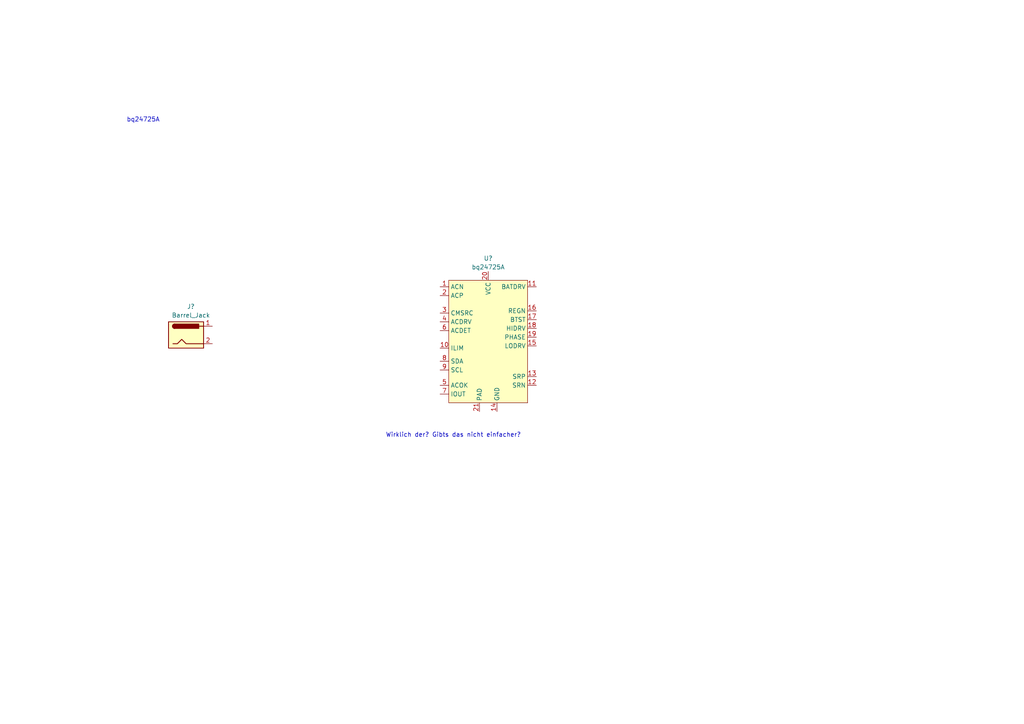
<source format=kicad_sch>
(kicad_sch (version 20210621) (generator eeschema)
  (paper "A4")
  (lib_symbols
    (symbol "Connector:Barrel_Jack" (pin_names (offset 1.016))
      (property "Reference" "J" (at 0 5.334 0))
      (property "Value" "Barrel_Jack" (at 0 -5.08 0))
      (symbol "Barrel_Jack_0_1"
        (arc (start -3.302 3.175) (end -3.302 1.905) (radius (at -3.302 2.54) (length 0.635) (angles 90.1 -90.1)) (stroke (width 0.254)))
        (arc (start -3.302 3.175) (end -3.302 1.905) (radius (at -3.302 2.54) (length 0.635) (angles 90.1 -90.1)) (stroke (width 0.254)) (fill (type outline)))
        (rectangle (start 3.683 3.175) (end -3.302 1.905) (stroke (width 0.254)) (fill (type outline)))
        (rectangle (start -5.08 3.81) (end 5.08 -3.81) (stroke (width 0.254)) (fill (type background)))
        (polyline (pts (xy 5.08 2.54) (xy 3.81 2.54)) (stroke (width 0.254)))
        (polyline (pts (xy -3.81 -2.54) (xy -2.54 -2.54) (xy -1.27 -1.27) (xy 0 -2.54) (xy 2.54 -2.54) (xy 5.08 -2.54)) (stroke (width 0.254)))
      )
      (symbol "Barrel_Jack_1_1"
        (pin passive line (at 7.62 2.54 180) (length 2.54) (name "~") (number "1"))
        (pin passive line (at 7.62 -2.54 180) (length 2.54) (name "~") (number "2"))
      )
    )
    (symbol "HoerbaerParts:bq24725A"
      (property "Reference" "U" (at 9.525 -19.685 0))
      (property "Value" "bq24725A" (at 0 -4.445 0))
      (symbol "bq24725A_0_0"
        (pin input line (at -13.97 15.24 0) (length 2.54) (name "ACN") (number "1"))
        (pin input line (at -13.97 -2.54 0) (length 2.54) (name "ILIM") (number "10"))
        (pin output line (at 13.97 15.24 180) (length 2.54) (name "BATDRV") (number "11"))
        (pin input line (at 13.97 -13.335 180) (length 2.54) (name "SRN") (number "12"))
        (pin input line (at 13.97 -10.795 180) (length 2.54) (name "SRP") (number "13"))
        (pin passive line (at 2.54 -20.955 90) (length 2.54) (name "GND") (number "14"))
        (pin input line (at 13.97 -1.905 180) (length 2.54) (name "LODRV") (number "15"))
        (pin output line (at 13.97 8.255 180) (length 2.54) (name "REGN") (number "16"))
        (pin input line (at 13.97 5.715 180) (length 2.54) (name "BTST") (number "17"))
        (pin output line (at 13.97 3.175 180) (length 2.54) (name "HIDRV") (number "18"))
        (pin input line (at 13.97 0.635 180) (length 2.54) (name "PHASE") (number "19"))
        (pin input line (at -13.97 12.7 0) (length 2.54) (name "ACP") (number "2"))
        (pin power_in line (at 0 19.685 270) (length 2.54) (name "VCC") (number "20"))
        (pin passive line (at -2.54 -20.955 90) (length 2.54) (name "PAD") (number "21"))
        (pin input line (at -13.97 7.62 0) (length 2.54) (name "CMSRC") (number "3"))
        (pin output line (at -13.97 5.08 0) (length 2.54) (name "ACDRV") (number "4"))
        (pin output line (at -13.97 -13.335 0) (length 2.54) (name "ACOK") (number "5"))
        (pin input line (at -13.97 2.54 0) (length 2.54) (name "ACDET") (number "6"))
        (pin output line (at -13.97 -15.875 0) (length 2.54) (name "IOUT") (number "7"))
        (pin bidirectional line (at -13.97 -6.35 0) (length 2.54) (name "SDA") (number "8"))
        (pin bidirectional line (at -13.97 -8.89 0) (length 2.54) (name "SCL") (number "9"))
      )
      (symbol "bq24725A_0_1"
        (rectangle (start -11.43 17.145) (end 11.43 -18.415) (stroke (width 0.1524)) (fill (type background)))
      )
    )
  )
  (text "bq24725A" (at 46.355 35.56 180) (effects (font (size 1.27 1.27)) (justify right bottom)))
  (text "Wirklich der? Gibts das nicht einfacher?" (at 151.13 127 180) (effects (font (size 1.27 1.27)) (justify right bottom)))
  (symbol (lib_id "Connector:Barrel_Jack") (at 53.975 97.155 0) (unit 1)
    (property "Reference" "J?" (at 55.372 88.9 0))
    (property "Value" "Barrel_Jack" (at 55.372 91.44 0))
  )
  (symbol (lib_id "HoerbaerParts:bq24725A") (at 141.605 98.425 0) (unit 1)
    (property "Reference" "U?" (at 141.605 74.93 0))
    (property "Value" "bq24725A" (at 141.605 77.47 0))
    (property "Footprint" "Package_DFN_QFN:QFN-20-1EP_3.5x3.5mm_P0.5mm_EP2x2mm_ThermalVias" (effects hide))
    (property "Datasheet" "https://www.ti.com/lit/ds/symlink/bq24725a.pdf" (effects hide))
    (property "LCSC" "C97041" (effects hide))
    (property "MPN" "BQ24725ARGRR" (effects hide))
  )
)
</source>
